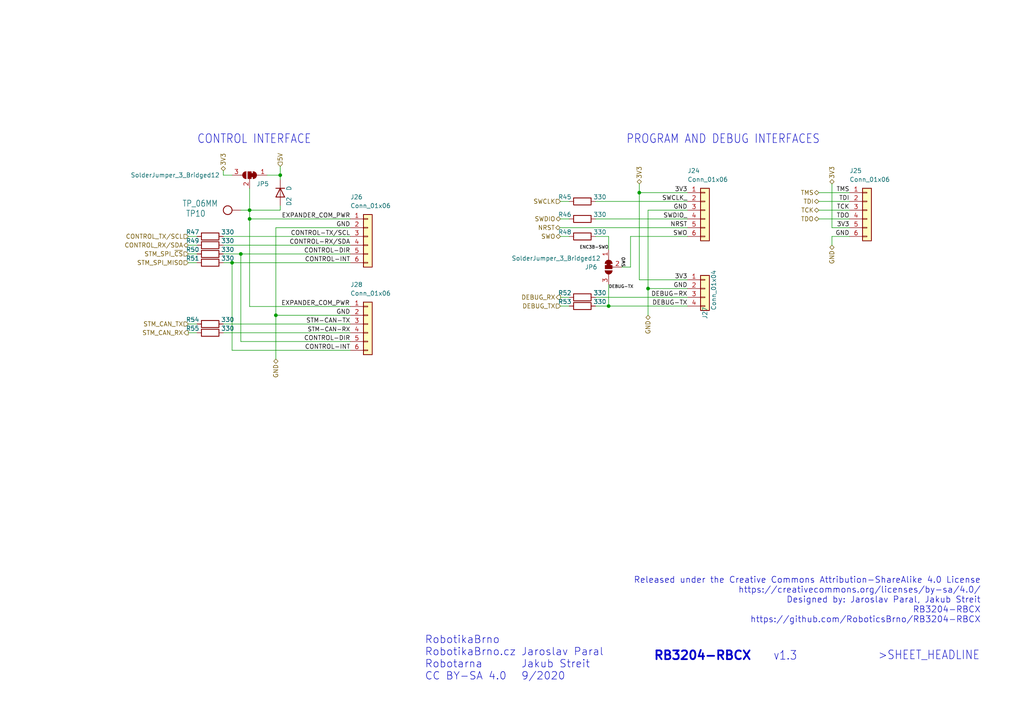
<source format=kicad_sch>
(kicad_sch (version 20211123) (generator eeschema)
  (paper "A4")
  (lib_symbols
    (symbol "Connector_Generic:Conn_01x04" (pin_names (offset 1.016) hide)
      (property "Reference" "J" (at 0 5.08 0))
      (property "Value" "Conn_01x04" (at 0 -7.62 0))
      (symbol "Conn_01x04_1_1"
        (rectangle (start -1.27 -4.953) (end 0 -5.207) (stroke (width 0.1524)))
        (rectangle (start -1.27 -2.413) (end 0 -2.667) (stroke (width 0.1524)))
        (rectangle (start -1.27 0.127) (end 0 -0.127) (stroke (width 0.1524)))
        (rectangle (start -1.27 2.667) (end 0 2.413) (stroke (width 0.1524)))
        (rectangle (start -1.27 3.81) (end 1.27 -6.35) (stroke (width 0.254)) (fill (type background)))
        (pin passive line (at -5.08 2.54 0) (length 3.81) (name "Pin_1") (number "1"))
        (pin passive line (at -5.08 0 0) (length 3.81) (name "Pin_2") (number "2"))
        (pin passive line (at -5.08 -2.54 0) (length 3.81) (name "Pin_3") (number "3"))
        (pin passive line (at -5.08 -5.08 0) (length 3.81) (name "Pin_4") (number "4"))
      )
    )
    (symbol "Connector_Generic:Conn_01x06" (pin_names (offset 1.016) hide)
      (property "Reference" "J" (at 0 7.62 0))
      (property "Value" "Conn_01x06" (at 0 -10.16 0))
      (symbol "Conn_01x06_1_1"
        (rectangle (start -1.27 -7.493) (end 0 -7.747) (stroke (width 0.1524)))
        (rectangle (start -1.27 -4.953) (end 0 -5.207) (stroke (width 0.1524)))
        (rectangle (start -1.27 -2.413) (end 0 -2.667) (stroke (width 0.1524)))
        (rectangle (start -1.27 0.127) (end 0 -0.127) (stroke (width 0.1524)))
        (rectangle (start -1.27 2.667) (end 0 2.413) (stroke (width 0.1524)))
        (rectangle (start -1.27 5.207) (end 0 4.953) (stroke (width 0.1524)))
        (rectangle (start -1.27 6.35) (end 1.27 -8.89) (stroke (width 0.254)) (fill (type background)))
        (pin passive line (at -5.08 5.08 0) (length 3.81) (name "Pin_1") (number "1"))
        (pin passive line (at -5.08 2.54 0) (length 3.81) (name "Pin_2") (number "2"))
        (pin passive line (at -5.08 0 0) (length 3.81) (name "Pin_3") (number "3"))
        (pin passive line (at -5.08 -2.54 0) (length 3.81) (name "Pin_4") (number "4"))
        (pin passive line (at -5.08 -5.08 0) (length 3.81) (name "Pin_5") (number "5"))
        (pin passive line (at -5.08 -7.62 0) (length 3.81) (name "Pin_6") (number "6"))
      )
    )
    (symbol "Device:D" (pin_numbers hide) (pin_names (offset 1.016) hide)
      (property "Reference" "D" (at 0 2.54 0))
      (property "Value" "D" (at 0 -2.54 0))
      (symbol "D_0_1"
        (polyline (pts (xy -1.27 1.27) (xy -1.27 -1.27)) (stroke (width 0.254)))
        (polyline (pts (xy 1.27 0) (xy -1.27 0)))
        (polyline (pts (xy 1.27 1.27) (xy 1.27 -1.27) (xy -1.27 0) (xy 1.27 1.27)) (stroke (width 0.254)))
      )
      (symbol "D_1_1"
        (pin passive line (at -3.81 0 0) (length 2.54) (name "K") (number "1"))
        (pin passive line (at 3.81 0 180) (length 2.54) (name "A") (number "2"))
      )
    )
    (symbol "Device:R" (pin_numbers hide) (pin_names (offset 0))
      (property "Reference" "R" (at 2.032 0 90))
      (property "Value" "R" (at 0 0 90))
      (symbol "R_0_1"
        (rectangle (start -1.016 -2.54) (end 1.016 2.54) (stroke (width 0.254)))
      )
      (symbol "R_1_1"
        (pin passive line (at 0 3.81 270) (length 1.27) (name "~") (number "1"))
        (pin passive line (at 0 -3.81 90) (length 1.27) (name "~") (number "2"))
      )
    )
    (symbol "Jumper:SolderJumper_3_Bridged12" (pin_names (offset 0) hide)
      (property "Reference" "JP" (at -2.54 -2.54 0))
      (property "Value" "SolderJumper_3_Bridged12" (at 0 2.794 0))
      (symbol "SolderJumper_3_Bridged12_0_1"
        (rectangle (start -1.016 0.508) (end -0.508 -0.508) (fill (type outline)))
        (arc (start -1.016 1.016) (mid -2.032 0) (end -1.016 -1.016))
        (arc (start -1.016 1.016) (mid -2.032 0) (end -1.016 -1.016) (fill (type outline)))
        (rectangle (start -0.508 1.016) (end 0.508 -1.016) (fill (type outline)))
        (polyline (pts (xy -2.54 0) (xy -2.032 0)))
        (polyline (pts (xy -1.016 1.016) (xy -1.016 -1.016)))
        (polyline (pts (xy 0 -1.27) (xy 0 -1.016)))
        (polyline (pts (xy 1.016 1.016) (xy 1.016 -1.016)))
        (polyline (pts (xy 2.54 0) (xy 2.032 0)))
        (arc (start 1.016 -1.016) (mid 2.032 0) (end 1.016 1.016))
        (arc (start 1.016 -1.016) (mid 2.032 0) (end 1.016 1.016) (fill (type outline)))
      )
      (symbol "SolderJumper_3_Bridged12_1_1"
        (pin passive line (at -5.08 0 0) (length 2.54) (name "A") (number "1"))
        (pin passive line (at 0 -3.81 90) (length 2.54) (name "C") (number "2"))
        (pin passive line (at 5.08 0 180) (length 2.54) (name "B") (number "3"))
      )
    )
    (symbol "RBCX-eagle-import:TP_06MM"
      (property "Reference" "TP" (at -2.54 7.62 0))
      (property "Value" "TP_06MM" (at -2.54 5.334 0))
      (symbol "TP_06MM_1_0"
        (circle (center 0 3.81) (radius 1.27) (stroke (width 0.254)))
        (pin passive line (at 0 0 90) (length 2.54) (name "TP") (number "P$1"))
      )
    )
  )
  (junction (at 69.85 73.66))
  (junction (at 72.39 60.96))
  (junction (at 176.53 88.773))
  (junction (at 187.96 83.693))
  (junction (at 67.31 76.2))
  (junction (at 80.01 91.44))
  (junction (at 185.42 55.88))
  (junction (at 81.28 50.8))
  (junction (at 72.39 63.5))
  (wire (pts (xy 81.28 59.69) (xy 81.28 60.96)))
  (wire (pts (xy 246.38 68.58) (xy 241.3 68.58)))
  (wire (pts (xy 69.85 60.96) (xy 72.39 60.96)))
  (wire (pts (xy 54.61 93.98) (xy 57.15 93.98)))
  (wire (pts (xy 182.88 77.47) (xy 182.88 68.58)))
  (wire (pts (xy 182.88 68.58) (xy 199.39 68.58)))
  (wire (pts (xy 69.85 73.66) (xy 101.6 73.66)))
  (wire (pts (xy 162.56 88.773) (xy 165.1 88.773)))
  (wire (pts (xy 54.61 76.2) (xy 57.15 76.2)))
  (wire (pts (xy 165.1 68.58) (xy 162.56 68.58)))
  (wire (pts (xy 72.39 54.61) (xy 72.39 60.96)))
  (wire (pts (xy 162.433 66.04) (xy 199.39 66.04)))
  (wire (pts (xy 185.42 81.153) (xy 199.39 81.153)))
  (wire (pts (xy 199.39 55.88) (xy 185.42 55.88)))
  (wire (pts (xy 80.01 91.44) (xy 101.6 91.44)))
  (wire (pts (xy 185.42 53.34) (xy 185.42 55.88)))
  (wire (pts (xy 67.31 101.6) (xy 101.6 101.6)))
  (wire (pts (xy 246.38 55.88) (xy 237.49 55.88)))
  (wire (pts (xy 185.42 55.88) (xy 185.42 81.153)))
  (wire (pts (xy 54.61 71.12) (xy 57.15 71.12)))
  (wire (pts (xy 54.61 68.58) (xy 57.15 68.58)))
  (wire (pts (xy 54.61 73.66) (xy 57.15 73.66)))
  (wire (pts (xy 246.38 60.96) (xy 237.49 60.96)))
  (wire (pts (xy 69.85 99.06) (xy 101.6 99.06)))
  (wire (pts (xy 80.01 91.44) (xy 80.01 104.14)))
  (wire (pts (xy 241.3 53.34) (xy 241.3 66.04)))
  (wire (pts (xy 172.72 88.773) (xy 176.53 88.773)))
  (wire (pts (xy 162.56 86.233) (xy 165.1 86.233)))
  (wire (pts (xy 187.96 60.96) (xy 187.96 83.693)))
  (wire (pts (xy 172.72 58.42) (xy 199.39 58.42)))
  (wire (pts (xy 176.53 88.773) (xy 199.39 88.773)))
  (wire (pts (xy 172.72 68.58) (xy 176.53 68.58)))
  (wire (pts (xy 72.39 60.96) (xy 72.39 63.5)))
  (wire (pts (xy 80.01 66.04) (xy 101.6 66.04)))
  (wire (pts (xy 165.1 58.42) (xy 162.56 58.42)))
  (wire (pts (xy 64.77 96.52) (xy 101.6 96.52)))
  (wire (pts (xy 72.39 60.96) (xy 81.28 60.96)))
  (wire (pts (xy 64.77 50.8) (xy 67.31 50.8)))
  (wire (pts (xy 72.39 63.5) (xy 101.6 63.5)))
  (wire (pts (xy 241.3 68.58) (xy 241.3 71.12)))
  (wire (pts (xy 80.01 66.04) (xy 80.01 91.44)))
  (wire (pts (xy 187.96 83.693) (xy 199.39 83.693)))
  (wire (pts (xy 69.85 73.66) (xy 64.77 73.66)))
  (wire (pts (xy 176.53 82.55) (xy 176.53 88.773)))
  (wire (pts (xy 165.1 63.5) (xy 162.56 63.5)))
  (wire (pts (xy 64.77 49.53) (xy 64.77 50.8)))
  (wire (pts (xy 72.39 88.9) (xy 101.6 88.9)))
  (wire (pts (xy 176.53 68.58) (xy 176.53 72.39)))
  (wire (pts (xy 246.38 63.5) (xy 237.49 63.5)))
  (wire (pts (xy 77.47 50.8) (xy 81.28 50.8)))
  (wire (pts (xy 81.28 50.8) (xy 81.28 52.07)))
  (wire (pts (xy 241.3 66.04) (xy 246.38 66.04)))
  (wire (pts (xy 64.77 68.58) (xy 101.6 68.58)))
  (wire (pts (xy 54.61 96.52) (xy 57.15 96.52)))
  (wire (pts (xy 172.72 86.233) (xy 199.39 86.233)))
  (wire (pts (xy 180.34 77.47) (xy 182.88 77.47)))
  (wire (pts (xy 64.77 93.98) (xy 101.6 93.98)))
  (wire (pts (xy 187.96 60.96) (xy 199.39 60.96)))
  (wire (pts (xy 187.96 91.44) (xy 187.96 83.693)))
  (wire (pts (xy 67.31 76.2) (xy 101.6 76.2)))
  (wire (pts (xy 69.85 99.06) (xy 69.85 73.66)))
  (wire (pts (xy 172.72 63.5) (xy 199.39 63.5)))
  (wire (pts (xy 64.77 71.12) (xy 101.6 71.12)))
  (wire (pts (xy 72.39 63.5) (xy 72.39 88.9)))
  (wire (pts (xy 81.28 48.26) (xy 81.28 50.8)))
  (wire (pts (xy 67.31 76.2) (xy 64.77 76.2)))
  (wire (pts (xy 246.38 58.42) (xy 237.49 58.42)))
  (wire (pts (xy 67.31 101.6) (xy 67.31 76.2)))
  (text "CONTROL INTERFACE" (at 57.15 41.91 180) (effects (font (size 2.54 2.159)) (justify left bottom)))
  (text ">SHEET_HEADLINE" (at 254.635 191.643 180) (effects (font (size 2.54 2.159)) (justify left bottom)))
  (text "Jaroslav Paral\nJakub Streit\n9/2020" (at 151.13 197.485 180) (effects (font (size 2.1844 2.1844)) (justify left bottom)))
  (text "PROGRAM AND DEBUG INTERFACES" (at 181.61 41.91 180) (effects (font (size 2.54 2.159)) (justify left bottom)))
  (text "RobotikaBrno\nRobotikaBrno.cz\nRobotarna\nCC BY-SA 4.0" (at 123.19 197.485 180) (effects (font (size 2.1844 2.1844)) (justify left bottom)))
  (text "v1.3" (at 224.282 191.77 180) (effects (font (size 2.54 2.159)) (justify left bottom)))
  (text "RB3204-RBCX" (at 189.484 191.77 180) (effects (font (size 2.54 2.54) (thickness 0.508) bold) (justify left bottom)))
  (text "Released under the Creative Commons Attribution-ShareAlike 4.0 License\nhttps://creativecommons.org/licenses/by-sa/4.0/\nDesigned by: Jaroslav Paral, Jakub Streit\nRB3204-RBCX\nhttps://github.com/RoboticsBrno/RB3204-RBCX" (at 284.48 180.848 180) (effects (font (size 1.778 1.778)) (justify right bottom)))
  (label "SWCLK_" (at 199.39 58.42 180))
  (label "SWO" (at 181.61 77.47 90) (effects (font (size 0.889 0.889))))
  (label "CONTROL-TX{slash}SCL" (at 101.6 68.58 180))
  (label "CONTROL-INT" (at 101.6 76.2 180))
  (label "SWDIO_" (at 199.39 63.5 180))
  (label "EXPANDER_COM_PWR" (at 101.6 63.5 180))
  (label "GND" (at 246.38 68.58 180))
  (label "3V3" (at 199.39 81.153 180))
  (label "EXPANDER_COM_PWR" (at 101.473 88.9 180))
  (label "CONTROL-INT" (at 101.6 101.6 180))
  (label "DEBUG-RX" (at 199.39 86.233 180))
  (label "DEBUG-TX" (at 176.53 83.82 0) (effects (font (size 0.889 0.889))))
  (label "ENC3B-SWO" (at 176.53 72.39 180) (effects (font (size 0.889 0.889))))
  (label "TDO" (at 246.38 63.5 180))
  (label "GND" (at 101.6 66.04 180))
  (label "TCK" (at 246.38 60.96 180))
  (label "CONTROL-DIR" (at 101.6 73.66 180))
  (label "GND" (at 199.39 60.96 180))
  (label "SWO" (at 199.39 68.58 180))
  (label "STM-CAN-TX" (at 101.6 93.98 180))
  (label "TMS" (at 246.38 55.88 180))
  (label "TDI" (at 246.38 58.42 180))
  (label "NRST" (at 199.39 66.04 180))
  (label "3V3" (at 199.39 55.88 180))
  (label "STM-CAN-RX" (at 101.6 96.52 180) (effects (font (size 1.2 1.2))))
  (label "GND" (at 101.6 91.44 180))
  (label "3V3" (at 246.38 66.04 180))
  (label "CONTROL-DIR" (at 101.6 99.06 180))
  (label "GND" (at 199.39 83.693 180))
  (label "DEBUG-TX" (at 199.39 88.773 180))
  (label "CONTROL-RX{slash}SDA" (at 101.6 71.12 180))
  (hierarchical_label "GND" (shape bidirectional) (at 80.01 104.14 270))
  (hierarchical_label "TDI" (shape bidirectional) (at 237.49 58.42 180))
  (hierarchical_label "STM_SPI_~{CS}" (shape input) (at 54.61 73.66 180))
  (hierarchical_label "STM_CAN_RX" (shape output) (at 54.61 96.52 180))
  (hierarchical_label "3V3" (shape bidirectional) (at 241.3 53.34 90))
  (hierarchical_label "STM_CAN_TX" (shape input) (at 54.61 93.98 180))
  (hierarchical_label "DEBUG_RX" (shape output) (at 162.56 86.233 180))
  (hierarchical_label "STM_SPI_MISO" (shape input) (at 54.61 76.2 180))
  (hierarchical_label "TDO" (shape bidirectional) (at 237.49 63.5 180))
  (hierarchical_label "3V3" (shape bidirectional) (at 185.42 53.34 90))
  (hierarchical_label "NRST" (shape bidirectional) (at 162.433 66.04 180))
  (hierarchical_label "TCK" (shape bidirectional) (at 237.49 60.96 180))
  (hierarchical_label "CONTROL_RX{slash}SDA" (shape bidirectional) (at 54.61 71.12 180))
  (hierarchical_label "5V" (shape input) (at 81.28 48.26 90))
  (hierarchical_label "DEBUG_TX" (shape input) (at 162.56 88.773 180))
  (hierarchical_label "GND" (shape bidirectional) (at 241.3 71.12 270))
  (hierarchical_label "3V3" (shape bidirectional) (at 64.77 49.53 90))
  (hierarchical_label "TMS" (shape bidirectional) (at 237.49 55.88 180))
  (hierarchical_label "GND" (shape bidirectional) (at 187.96 91.44 270))
  (hierarchical_label "SWO" (shape bidirectional) (at 162.56 68.58 180))
  (hierarchical_label "CONTROL_TX{slash}SCL" (shape input) (at 54.61 68.58 180))
  (hierarchical_label "SWDIO" (shape bidirectional) (at 162.56 63.5 180))
  (hierarchical_label "SWCLK" (shape input) (at 162.56 58.42 180))
  (symbol (lib_id "Device:R") (at 60.96 73.66 90) (unit 1)
    (property "Reference" "R50" (at 55.88 72.39 90))
    (property "Value" "330" (at 66.04 72.39 90))
    (property "Footprint" "Capacitor_SMD:C_0201_0603Metric" (effects hide))
    (property "LCSC" "C473445" (effects hide))
    (property "Basic/Extended" "E" (effects hide))
  )
  (symbol (lib_id "Device:R") (at 60.96 93.98 90) (unit 1)
    (property "Reference" "R54" (at 55.88 92.71 90))
    (property "Value" "330" (at 66.04 92.71 90))
    (property "Footprint" "Capacitor_SMD:C_0201_0603Metric" (effects hide))
    (property "LCSC" "C473445" (effects hide))
    (property "Basic/Extended" "E" (effects hide))
  )
  (symbol (lib_id "Device:R") (at 168.91 58.42 90) (unit 1)
    (property "Reference" "R45" (at 163.83 57.15 90))
    (property "Value" "330" (at 173.99 57.15 90))
    (property "Footprint" "Capacitor_SMD:C_0201_0603Metric" (effects hide))
    (property "LCSC" "C473445" (effects hide))
    (property "Basic/Extended" "E" (effects hide))
  )
  (symbol (lib_id "Device:R") (at 60.96 71.12 90) (unit 1)
    (property "Reference" "R49" (at 55.88 69.85 90))
    (property "Value" "330" (at 66.04 69.85 90))
    (property "Footprint" "Capacitor_SMD:C_0201_0603Metric" (effects hide))
    (property "LCSC" "C473445" (effects hide))
    (property "Basic/Extended" "E" (effects hide))
  )
  (symbol (lib_id "Connector_Generic:Conn_01x06") (at 106.68 68.58 0) (unit 1)
    (property "Reference" "J26" (at 101.6 57.15 0) (effects (justify left)))
    (property "Value" "Conn_01x06" (at 101.6 59.69 0) (effects (justify left)))
    (property "Footprint" "Connector_PinHeader_2.54mm:PinHeader_1x06_P2.54mm_Vertical" (effects hide))
    (property "LCSC" "C2894929" (effects hide))
    (property "Basic/Extended" "E" (effects hide))
  )
  (symbol (lib_id "Jumper:SolderJumper_3_Bridged12") (at 176.53 77.47 90) (mirror x) (unit 1)
    (property "Reference" "JP6" (at 171.45 77.47 90))
    (property "Value" "SolderJumper_3_Bridged12" (at 161.29 74.93 90))
    (property "Footprint" "Jumper:SolderJumper-3_P1.3mm_Bridged12_RoundedPad1.0x1.5mm" (effects hide))
  )
  (symbol (lib_id "Device:R") (at 168.91 63.5 90) (unit 1)
    (property "Reference" "R46" (at 163.83 62.23 90))
    (property "Value" "330" (at 173.99 62.23 90))
    (property "Footprint" "Capacitor_SMD:C_0201_0603Metric" (effects hide))
    (property "LCSC" "C473445" (effects hide))
    (property "Basic/Extended" "E" (effects hide))
  )
  (symbol (lib_id "Connector_Generic:Conn_01x06") (at 106.68 93.98 0) (unit 1)
    (property "Reference" "J28" (at 101.6 82.55 0) (effects (justify left)))
    (property "Value" "Conn_01x06" (at 101.6 85.09 0) (effects (justify left)))
    (property "Footprint" "Connector_PinHeader_2.54mm:PinHeader_1x06_P2.54mm_Vertical" (effects hide))
    (property "LCSC" "C2894929" (effects hide))
    (property "Basic/Extended" "E" (effects hide))
  )
  (symbol (lib_id "Device:R") (at 168.91 86.233 90) (unit 1)
    (property "Reference" "R52" (at 163.83 84.963 90))
    (property "Value" "330" (at 173.99 84.963 90))
    (property "Footprint" "Capacitor_SMD:C_0201_0603Metric" (effects hide))
    (property "LCSC" "C473445" (effects hide))
    (property "Basic/Extended" "E" (effects hide))
  )
  (symbol (lib_id "Connector_Generic:Conn_01x04") (at 204.47 83.693 0) (unit 1)
    (property "Reference" "J27" (at 204.47 92.583 90) (effects (justify left)))
    (property "Value" "Conn_01x04" (at 207.01 90.043 90) (effects (justify left)))
    (property "Footprint" "Connector_PinHeader_2.54mm:PinHeader_1x04_P2.54mm_Vertical" (effects hide))
    (property "LCSC" "C124378" (effects hide))
    (property "Basic/Extended" "E" (effects hide))
  )
  (symbol (lib_id "RBCX-eagle-import:TP_06MM") (at 69.85 60.96 90) (unit 1)
    (property "Reference" "TP10" (at 59.69 60.96 90) (effects (font (size 1.778 1.5113)) (justify left bottom)))
    (property "Value" "TP_06MM" (at 63.246 58.039 90) (effects (font (size 1.778 1.5113)) (justify left bottom)))
    (property "Footprint" "RBCX:TP_06MM" (effects hide))
  )
  (symbol (lib_id "Device:R") (at 60.96 68.58 90) (unit 1)
    (property "Reference" "R47" (at 55.88 67.31 90))
    (property "Value" "330" (at 66.04 67.31 90))
    (property "Footprint" "Capacitor_SMD:C_0201_0603Metric" (effects hide))
    (property "LCSC" "C473445" (effects hide))
    (property "Basic/Extended" "E" (effects hide))
  )
  (symbol (lib_id "Connector_Generic:Conn_01x06") (at 204.47 60.96 0) (unit 1)
    (property "Reference" "J24" (at 199.39 49.53 0) (effects (justify left)))
    (property "Value" "Conn_01x06" (at 199.39 52.07 0) (effects (justify left)))
    (property "Footprint" "Connector_PinHeader_2.54mm:PinHeader_1x06_P2.54mm_Vertical" (effects hide))
    (property "LCSC" "C2894929" (effects hide))
    (property "Basic/Extended" "E" (effects hide))
  )
  (symbol (lib_id "Device:D") (at 81.28 55.88 270) (unit 1)
    (property "Reference" "D2" (at 83.82 58.42 0))
    (property "Value" "D" (at 83.82 54.61 0))
    (property "Footprint" "Diode_SMD:D_SOD-523" (effects hide))
    (property "Datasheet" "https://datasheet.lcsc.com/lcsc/1809200051_Jiangsu-Changjing-Electronics-Technology-Co---Ltd--1N4148WT-T4_C68948.pdf" (effects hide))
    (property "LCSC" "C68948" (effects hide))
    (property "Basic/Extended" "E" (effects hide))
  )
  (symbol (lib_id "Device:R") (at 60.96 96.52 90) (unit 1)
    (property "Reference" "R55" (at 55.88 95.25 90))
    (property "Value" "330" (at 66.04 95.25 90))
    (property "Footprint" "Capacitor_SMD:C_0201_0603Metric" (effects hide))
    (property "LCSC" "C473445" (effects hide))
    (property "Basic/Extended" "E" (effects hide))
  )
  (symbol (lib_id "Device:R") (at 60.96 76.2 90) (unit 1)
    (property "Reference" "R51" (at 55.88 74.93 90))
    (property "Value" "330" (at 66.04 74.93 90))
    (property "Footprint" "Capacitor_SMD:C_0201_0603Metric" (effects hide))
    (property "LCSC" "C473445" (effects hide))
    (property "Basic/Extended" "E" (effects hide))
  )
  (symbol (lib_id "Device:R") (at 168.91 88.773 90) (unit 1)
    (property "Reference" "R53" (at 163.83 87.503 90))
    (property "Value" "330" (at 173.99 87.503 90))
    (property "Footprint" "Capacitor_SMD:C_0201_0603Metric" (effects hide))
    (property "LCSC" "C473445" (effects hide))
    (property "Basic/Extended" "E" (effects hide))
  )
  (symbol (lib_id "Device:R") (at 168.91 68.58 90) (unit 1)
    (property "Reference" "R48" (at 163.83 67.31 90))
    (property "Value" "330" (at 173.99 67.31 90))
    (property "Footprint" "Capacitor_SMD:C_0201_0603Metric" (effects hide))
    (property "LCSC" "C473445" (effects hide))
    (property "Basic/Extended" "E" (effects hide))
  )
  (symbol (lib_id "Jumper:SolderJumper_3_Bridged12") (at 72.39 50.8 0) (mirror y) (unit 1)
    (property "Reference" "JP5" (at 76.2 53.34 0))
    (property "Value" "SolderJumper_3_Bridged12" (at 50.8 50.8 0))
    (property "Footprint" "Jumper:SolderJumper-3_P1.3mm_Bridged12_RoundedPad1.0x1.5mm" (effects hide))
  )
  (symbol (lib_id "Connector_Generic:Conn_01x06") (at 251.46 60.96 0) (unit 1)
    (property "Reference" "J25" (at 246.38 49.53 0) (effects (justify left)))
    (property "Value" "Conn_01x06" (at 246.38 52.07 0) (effects (justify left)))
    (property "Footprint" "Connector_PinHeader_2.54mm:PinHeader_1x06_P2.54mm_Vertical" (effects hide))
    (property "LCSC" "C2894929" (effects hide))
    (property "Basic/Extended" "E" (effects hide))
  )
)
</source>
